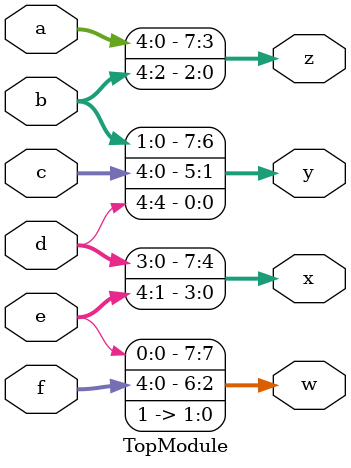
<source format=sv>

module TopModule (
    input [4:0] a,
    input [4:0] b,
    input [4:0] c,
    input [4:0] d,
    input [4:0] e,
    input [4:0] f,
    output reg [7:0] w,
    output reg [7:0] x,
    output reg [7:0] y,
    output reg [7:0] z
);

always @ (*) begin
    {z, y, x, w} <= {a, b, c, d, e, f, 2'b11};
end

endmodule
</source>
